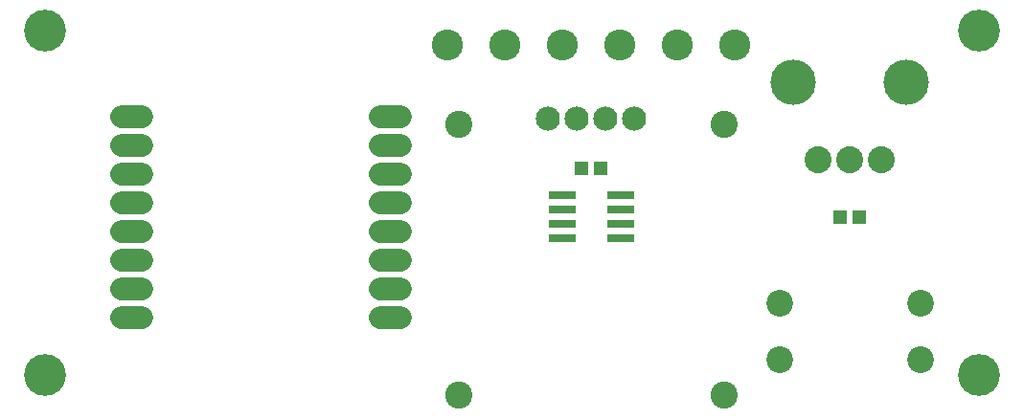
<source format=gbr>
G04 EAGLE Gerber RS-274X export*
G75*
%MOMM*%
%FSLAX34Y34*%
%LPD*%
%INSoldermask Top*%
%IPPOS*%
%AMOC8*
5,1,8,0,0,1.08239X$1,22.5*%
G01*
%ADD10C,3.703200*%
%ADD11C,2.362200*%
%ADD12R,1.303200X1.203200*%
%ADD13R,2.403200X0.803200*%
%ADD14C,4.013200*%
%ADD15C,2.387600*%
%ADD16R,1.203200X1.303200*%
%ADD17C,2.403200*%
%ADD18C,2.133600*%
%ADD19C,2.032000*%
%ADD20C,2.743200*%


D10*
X50800Y355600D03*
X50800Y50800D03*
X876300Y50800D03*
X876300Y355600D03*
D11*
X824500Y63900D03*
X824500Y113900D03*
X699500Y113900D03*
X699500Y63900D03*
D12*
X541900Y233680D03*
X524900Y233680D03*
D13*
X559400Y184150D03*
X507400Y184150D03*
X559400Y171450D03*
X559400Y196850D03*
X559400Y209550D03*
X507400Y171450D03*
X507400Y196850D03*
X507400Y209550D03*
D14*
X712000Y309800D03*
X812000Y309800D03*
D15*
X762000Y241300D03*
X734060Y241300D03*
X789940Y241300D03*
D16*
X753500Y190500D03*
X770500Y190500D03*
D17*
X415900Y272400D03*
X650900Y272400D03*
X650900Y32400D03*
X415900Y32400D03*
D18*
X520700Y277400D03*
X546100Y277400D03*
X571500Y277400D03*
X495300Y277400D03*
D19*
X136144Y279400D02*
X117856Y279400D01*
X117856Y254000D02*
X136144Y254000D01*
X136144Y228600D02*
X117856Y228600D01*
X117856Y203200D02*
X136144Y203200D01*
X136144Y177800D02*
X117856Y177800D01*
X117856Y152400D02*
X136144Y152400D01*
X136144Y127000D02*
X117856Y127000D01*
X117856Y101600D02*
X136144Y101600D01*
X346456Y279400D02*
X364744Y279400D01*
X364744Y254000D02*
X346456Y254000D01*
X346456Y228600D02*
X364744Y228600D01*
X364744Y203200D02*
X346456Y203200D01*
X346456Y177800D02*
X364744Y177800D01*
X364744Y152400D02*
X346456Y152400D01*
X346456Y127000D02*
X364744Y127000D01*
X364744Y101600D02*
X346456Y101600D01*
D20*
X609600Y342900D03*
X660400Y342900D03*
X508000Y342900D03*
X558800Y342900D03*
X406400Y342900D03*
X457200Y342900D03*
M02*

</source>
